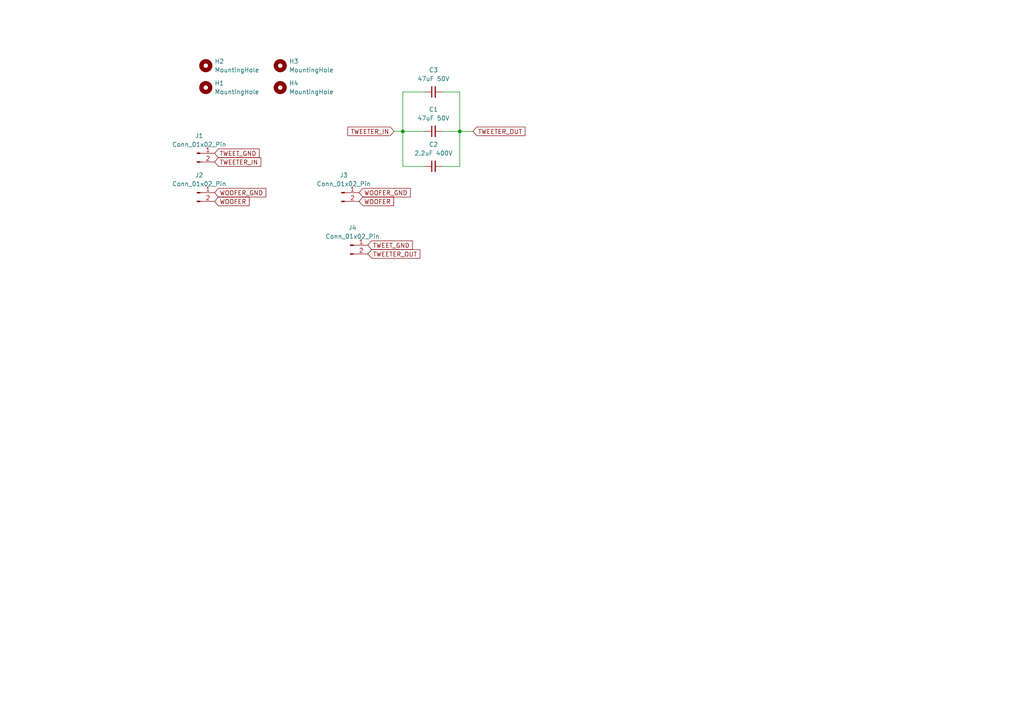
<source format=kicad_sch>
(kicad_sch (version 20231120) (generator "eeschema") (generator_version "8.0")
  (paper "A4")
  (lib_symbols
    (symbol "Connector:Conn_01x02_Pin" (pin_names (offset 1.016) hide)
      (property "Reference" "J" (at 0 2.54 0))
      (property "Value" "Conn_01x02_Pin" (at 0 -5.08 0))
      (symbol "Conn_01x02_Pin_1_1"
        (polyline (pts (xy 1.27 -2.54) (xy 0.8636 -2.54)) (stroke (width 0.1524)))
        (polyline (pts (xy 1.27 0) (xy 0.8636 0)) (stroke (width 0.1524)))
        (rectangle (start 0.8636 -2.413) (end 0 -2.667) (stroke (width 0.1524)) (fill (type outline)))
        (rectangle (start 0.8636 0.127) (end 0 -0.127) (stroke (width 0.1524)) (fill (type outline)))
        (pin passive line (at 5.08 0 180) (length 3.81) (name "Pin_1") (number "1"))
        (pin passive line (at 5.08 -2.54 180) (length 3.81) (name "Pin_2") (number "2"))
      )
    )
    (symbol "Device:C_Small" (pin_numbers hide) (pin_names (offset 0.254) hide)
      (property "Reference" "C" (at 0.254 1.778 0))
      (property "Value" "C_Small" (at 0.254 -2.032 0))
      (symbol "C_Small_0_1"
        (polyline (pts (xy -1.524 -0.508) (xy 1.524 -0.508)) (stroke (width 0.3302)))
        (polyline (pts (xy -1.524 0.508) (xy 1.524 0.508)) (stroke (width 0.3048)))
      )
      (symbol "C_Small_1_1"
        (pin passive line (at 0 2.54 270) (length 2.032) (name "~") (number "1"))
        (pin passive line (at 0 -2.54 90) (length 2.032) (name "~") (number "2"))
      )
    )
    (symbol "Mechanical:MountingHole" (pin_names (offset 1.016)) (exclude_from_sim yes) (in_bom no)
      (property "Reference" "H" (at 0 5.08 0))
      (property "Value" "MountingHole" (at 0 3.175 0))
      (symbol "MountingHole_0_1"
        (circle (center 0 0) (radius 1.27) (stroke (width 1.27)))
      )
    )
  )
  (junction (at 133.35 38.1))
  (junction (at 116.84 38.1))
  (wire (pts (xy 133.35 38.1) (xy 128.27 38.1)))
  (wire (pts (xy 137.16 38.1) (xy 133.35 38.1)))
  (wire (pts (xy 116.84 26.67) (xy 116.84 38.1)))
  (wire (pts (xy 123.19 26.67) (xy 116.84 26.67)))
  (wire (pts (xy 133.35 48.26) (xy 128.27 48.26)))
  (wire (pts (xy 116.84 48.26) (xy 123.19 48.26)))
  (wire (pts (xy 116.84 38.1) (xy 116.84 48.26)))
  (wire (pts (xy 133.35 38.1) (xy 133.35 48.26)))
  (wire (pts (xy 116.84 38.1) (xy 123.19 38.1)))
  (wire (pts (xy 114.3 38.1) (xy 116.84 38.1)))
  (wire (pts (xy 128.27 26.67) (xy 133.35 26.67)))
  (wire (pts (xy 133.35 26.67) (xy 133.35 38.1)))
  (global_label "TWEETER_OUT" (shape input) (at 106.68 73.66 0) (property "Intersheetrefs" "${INTERSHEET_REFS}" (effects (hide yes))))
  (global_label "TWEET_GND" (shape input) (at 62.23 44.45 0) (property "Intersheetrefs" "${INTERSHEET_REFS}" (effects (hide yes))))
  (global_label "WOOFER_GND" (shape input) (at 104.14 55.88 0) (property "Intersheetrefs" "${INTERSHEET_REFS}" (effects (hide yes))))
  (global_label "TWEETER_IN" (shape input) (at 62.23 46.99 0) (property "Intersheetrefs" "${INTERSHEET_REFS}" (effects (hide yes))))
  (global_label "TWEETER_IN" (shape input) (at 114.3 38.1 180) (property "Intersheetrefs" "${INTERSHEET_REFS}" (effects (hide yes))))
  (global_label "TWEET_GND" (shape input) (at 106.68 71.12 0) (property "Intersheetrefs" "${INTERSHEET_REFS}" (effects (hide yes))))
  (global_label "WOOFER" (shape input) (at 62.23 58.42 0) (property "Intersheetrefs" "${INTERSHEET_REFS}" (effects (hide yes))))
  (global_label "TWEETER_OUT" (shape input) (at 137.16 38.1 0) (property "Intersheetrefs" "${INTERSHEET_REFS}" (effects (hide yes))))
  (global_label "WOOFER" (shape input) (at 104.14 58.42 0) (property "Intersheetrefs" "${INTERSHEET_REFS}" (effects (hide yes))))
  (global_label "WOOFER_GND" (shape input) (at 62.23 55.88 0) (property "Intersheetrefs" "${INTERSHEET_REFS}" (effects (hide yes))))
  (symbol (lib_id "Device:C_Small") (at 125.73 26.67 90) (unit 1)
    (property "Reference" "C3" (at 125.7363 20.32 90))
    (property "Value" "47uF 50V" (at 125.7363 22.86 90))
    (property "Footprint" "Capacitor_THT:CP_Radial_D6.3mm_P2.50mm" (effects (hide yes)))
    (property "Description" "Unpolarized capacitor, small symbol" (effects (hide yes)))
  )
  (symbol (lib_id "Connector:Conn_01x02_Pin") (at 99.06 55.88 0) (unit 1)
    (property "Reference" "J3" (at 99.695 50.8 0))
    (property "Value" "Conn_01x02_Pin" (at 99.695 53.34 0))
    (property "Footprint" "Connector_JST:JST_VH_B2P-VH-B_1x02_P3.96mm_Vertical" (effects (hide yes)))
    (property "Description" "Generic connector, single row, 01x02, script generated" (effects (hide yes)))
  )
  (symbol (lib_id "Mechanical:MountingHole") (at 59.69 19.05 0) (unit 1) (exclude_from_sim yes) (in_bom no)
    (property "Reference" "H2" (at 62.23 17.7799 0) (effects (justify left)))
    (property "Value" "MountingHole" (at 62.23 20.3199 0) (effects (justify left)))
    (property "Footprint" "MountingHole:MountingHole_3.2mm_M3_DIN965_Pad_TopBottom" (effects (hide yes)))
    (property "Description" "Mounting Hole without connection" (effects (hide yes)))
  )
  (symbol (lib_id "Connector:Conn_01x02_Pin") (at 101.6 71.12 0) (unit 1)
    (property "Reference" "J4" (at 102.235 66.04 0))
    (property "Value" "Conn_01x02_Pin" (at 102.235 68.58 0))
    (property "Footprint" "Connector_JST:JST_VH_B2P-VH-B_1x02_P3.96mm_Vertical" (effects (hide yes)))
    (property "Description" "Generic connector, single row, 01x02, script generated" (effects (hide yes)))
  )
  (symbol (lib_id "Mechanical:MountingHole") (at 81.28 25.4 0) (unit 1) (exclude_from_sim yes) (in_bom no)
    (property "Reference" "H4" (at 83.82 24.1299 0) (effects (justify left)))
    (property "Value" "MountingHole" (at 83.82 26.6699 0) (effects (justify left)))
    (property "Footprint" "MountingHole:MountingHole_3.2mm_M3_DIN965_Pad_TopBottom" (effects (hide yes)))
    (property "Description" "Mounting Hole without connection" (effects (hide yes)))
  )
  (symbol (lib_id "Device:C_Small") (at 125.73 38.1 90) (unit 1)
    (property "Reference" "C1" (at 125.7363 31.75 90))
    (property "Value" "47uF 50V" (at 125.7363 34.29 90))
    (property "Footprint" "Capacitor_THT:CP_Radial_D10.0mm_P5.00mm_P7.50mm" (effects (hide yes)))
    (property "Description" "Unpolarized capacitor, small symbol" (effects (hide yes)))
  )
  (symbol (lib_id "Mechanical:MountingHole") (at 59.69 25.4 0) (unit 1) (exclude_from_sim yes) (in_bom no)
    (property "Reference" "H1" (at 62.23 24.1299 0) (effects (justify left)))
    (property "Value" "MountingHole" (at 62.23 26.6699 0) (effects (justify left)))
    (property "Footprint" "MountingHole:MountingHole_3.2mm_M3_DIN965_Pad_TopBottom" (effects (hide yes)))
    (property "Description" "Mounting Hole without connection" (effects (hide yes)))
  )
  (symbol (lib_id "Connector:Conn_01x02_Pin") (at 57.15 55.88 0) (unit 1)
    (property "Reference" "J2" (at 57.785 50.8 0))
    (property "Value" "Conn_01x02_Pin" (at 57.785 53.34 0))
    (property "Footprint" "Connector_JST:JST_VH_B2P-VH-B_1x02_P3.96mm_Vertical" (effects (hide yes)))
    (property "Description" "Generic connector, single row, 01x02, script generated" (effects (hide yes)))
  )
  (symbol (lib_id "Device:C_Small") (at 125.73 48.26 90) (unit 1)
    (property "Reference" "C2" (at 125.7363 41.91 90))
    (property "Value" "2.2uF 400V" (at 125.7363 44.45 90))
    (property "Footprint" "Capacitor_THT:C_Rect_L31.5mm_W15.0mm_P27.50mm_MKS4" (effects (hide yes)))
    (property "Description" "Unpolarized capacitor, small symbol" (effects (hide yes)))
  )
  (symbol (lib_id "Connector:Conn_01x02_Pin") (at 57.15 44.45 0) (unit 1)
    (property "Reference" "J1" (at 57.785 39.37 0))
    (property "Value" "Conn_01x02_Pin" (at 57.785 41.91 0))
    (property "Footprint" "Connector_JST:JST_VH_B2P-VH-B_1x02_P3.96mm_Vertical" (effects (hide yes)))
    (property "Description" "Generic connector, single row, 01x02, script generated" (effects (hide yes)))
  )
  (symbol (lib_id "Mechanical:MountingHole") (at 81.28 19.05 0) (unit 1) (exclude_from_sim yes) (in_bom no)
    (property "Reference" "H3" (at 83.82 17.7799 0) (effects (justify left)))
    (property "Value" "MountingHole" (at 83.82 20.3199 0) (effects (justify left)))
    (property "Footprint" "MountingHole:MountingHole_3.2mm_M3_DIN965_Pad_TopBottom" (effects (hide yes)))
    (property "Description" "Mounting Hole without connection" (effects (hide yes)))
  )
)
</source>
